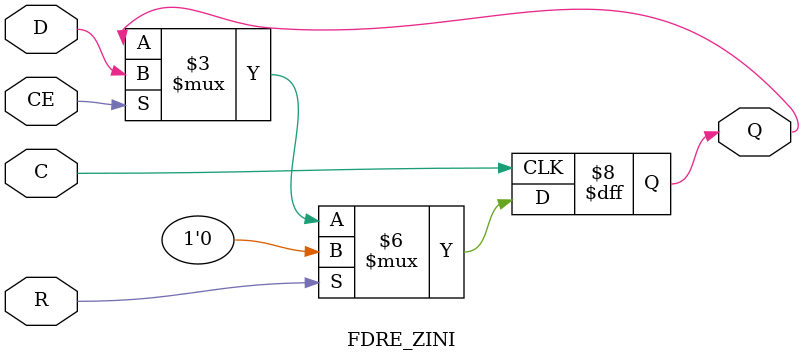
<source format=v>
module FDRE_ZINI (output reg Q, input C, CE, D, R);
  parameter [0:0] ZINI = 1'b0;
  parameter [0:0] IS_C_INVERTED = 1'b0;
  initial Q <= !ZINI;
  generate case (|IS_C_INVERTED)
    1'b0: always @(posedge C) if (R) Q <= 1'b0; else if (CE) Q <= D;
    1'b1: always @(negedge C) if (R) Q <= 1'b0; else if (CE) Q <= D;
  endcase endgenerate
endmodule
</source>
